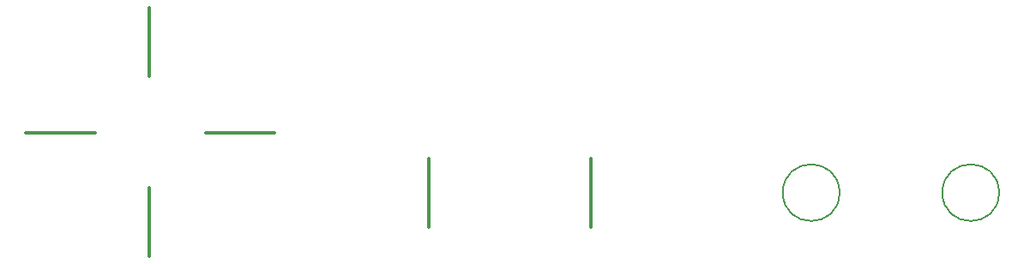
<source format=gto>
G04 #@! TF.GenerationSoftware,KiCad,Pcbnew,7.0.9*
G04 #@! TF.CreationDate,2023-12-20T17:09:37-07:00*
G04 #@! TF.ProjectId,nes_controller_pcb,6e65735f-636f-46e7-9472-6f6c6c65725f,4a*
G04 #@! TF.SameCoordinates,Original*
G04 #@! TF.FileFunction,Legend,Top*
G04 #@! TF.FilePolarity,Positive*
%FSLAX46Y46*%
G04 Gerber Fmt 4.6, Leading zero omitted, Abs format (unit mm)*
G04 Created by KiCad (PCBNEW 7.0.9) date 2023-12-20 17:09:37*
%MOMM*%
%LPD*%
G01*
G04 APERTURE LIST*
%ADD10C,0.300000*%
%ADD11C,0.150000*%
G04 APERTURE END LIST*
D10*
X160000000Y-129100000D02*
X160000000Y-135900000D01*
X144000000Y-129100000D02*
X144000000Y-135900000D01*
X116375000Y-114225000D02*
X116375000Y-121025000D01*
D11*
X200300000Y-132500000D02*
G75*
G03*
X200300000Y-132500000I-2800000J0D01*
G01*
D10*
X116375000Y-131975000D02*
X116375000Y-138775000D01*
X104225000Y-126625000D02*
X111025000Y-126625000D01*
D11*
X184550000Y-132500000D02*
G75*
G03*
X184550000Y-132500000I-2800000J0D01*
G01*
D10*
X121975000Y-126625000D02*
X128775000Y-126625000D01*
M02*

</source>
